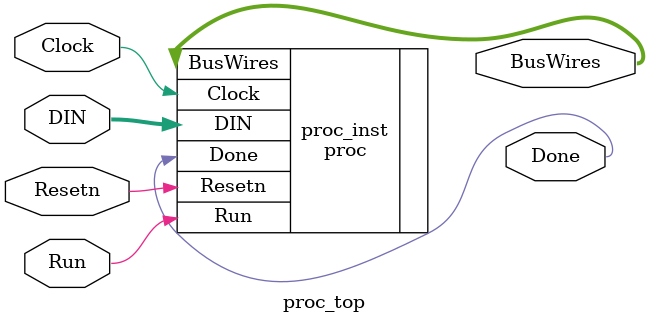
<source format=v>
module proc_top(DIN, Resetn, Clock, Run, Done, BusWires);

input wire [8:0] DIN;
input wire Resetn, Clock, Run;
output wire Done;
output wire [8:0] BusWires;


proc proc_inst(.DIN(DIN), .Resetn(Resetn), .Clock(Clock),
					.Run(Run), .Done(Done), .BusWires(BusWires));
					
endmodule
</source>
